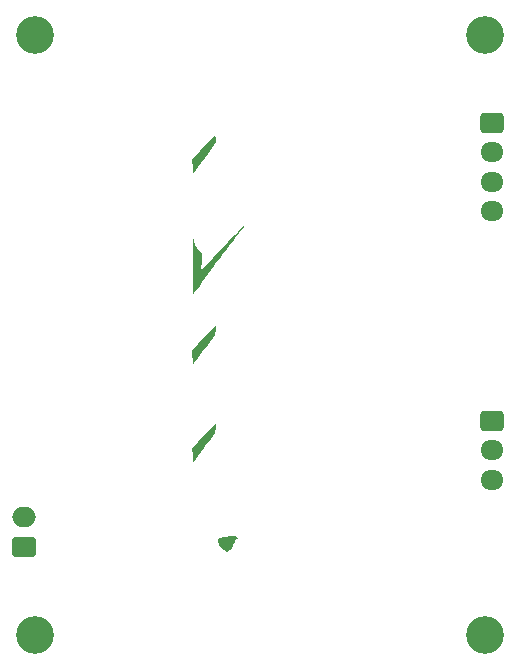
<source format=gbs>
%TF.GenerationSoftware,KiCad,Pcbnew,(6.0.1-0)*%
%TF.CreationDate,2022-12-01T23:09:07-06:00*%
%TF.ProjectId,tackle_sensor_hardware,7461636b-6c65-45f7-9365-6e736f725f68,rev?*%
%TF.SameCoordinates,Original*%
%TF.FileFunction,Soldermask,Bot*%
%TF.FilePolarity,Negative*%
%FSLAX46Y46*%
G04 Gerber Fmt 4.6, Leading zero omitted, Abs format (unit mm)*
G04 Created by KiCad (PCBNEW (6.0.1-0)) date 2022-12-01 23:09:07*
%MOMM*%
%LPD*%
G01*
G04 APERTURE LIST*
G04 Aperture macros list*
%AMRoundRect*
0 Rectangle with rounded corners*
0 $1 Rounding radius*
0 $2 $3 $4 $5 $6 $7 $8 $9 X,Y pos of 4 corners*
0 Add a 4 corners polygon primitive as box body*
4,1,4,$2,$3,$4,$5,$6,$7,$8,$9,$2,$3,0*
0 Add four circle primitives for the rounded corners*
1,1,$1+$1,$2,$3*
1,1,$1+$1,$4,$5*
1,1,$1+$1,$6,$7*
1,1,$1+$1,$8,$9*
0 Add four rect primitives between the rounded corners*
20,1,$1+$1,$2,$3,$4,$5,0*
20,1,$1+$1,$4,$5,$6,$7,0*
20,1,$1+$1,$6,$7,$8,$9,0*
20,1,$1+$1,$8,$9,$2,$3,0*%
G04 Aperture macros list end*
%ADD10RoundRect,0.250000X-0.725000X0.600000X-0.725000X-0.600000X0.725000X-0.600000X0.725000X0.600000X0*%
%ADD11O,1.950000X1.700000*%
%ADD12C,3.200000*%
%ADD13RoundRect,0.250000X0.750000X-0.600000X0.750000X0.600000X-0.750000X0.600000X-0.750000X-0.600000X0*%
%ADD14O,2.000000X1.700000*%
G04 APERTURE END LIST*
%TO.C,G\u002A\u002A\u002A*%
G36*
X142854005Y-90403879D02*
G01*
X142831647Y-90461977D01*
X142801434Y-90501684D01*
X142711532Y-90620848D01*
X142573187Y-90804680D01*
X142395907Y-91040538D01*
X142189198Y-91315778D01*
X141962567Y-91617758D01*
X141797421Y-91837286D01*
X141573411Y-92133138D01*
X141370955Y-92398351D01*
X141200920Y-92618782D01*
X141074170Y-92780286D01*
X141001569Y-92868722D01*
X140957376Y-92922902D01*
X140848943Y-93063564D01*
X140691609Y-93272083D01*
X140493943Y-93536962D01*
X140264516Y-93846707D01*
X140011897Y-94189819D01*
X139744657Y-94554803D01*
X139535582Y-94840993D01*
X139284556Y-95184216D01*
X139057473Y-95494274D01*
X138862365Y-95760222D01*
X138707262Y-95971115D01*
X138600195Y-96116010D01*
X138549196Y-96183960D01*
X138532893Y-96199230D01*
X138516475Y-96194367D01*
X138503071Y-96156492D01*
X138492433Y-96077185D01*
X138484312Y-95948029D01*
X138478461Y-95760606D01*
X138474630Y-95506496D01*
X138472570Y-95177283D01*
X138472034Y-94764548D01*
X138472773Y-94259872D01*
X138474539Y-93654838D01*
X138474949Y-93541124D01*
X138477530Y-93042155D01*
X138481125Y-92592221D01*
X138485579Y-92199858D01*
X138490737Y-91873600D01*
X138496446Y-91621982D01*
X138502551Y-91453539D01*
X138508898Y-91376805D01*
X138515331Y-91400316D01*
X138574901Y-91755191D01*
X138708128Y-92098398D01*
X138742670Y-92162797D01*
X138865332Y-92352988D01*
X138999255Y-92518058D01*
X139123662Y-92634364D01*
X139217776Y-92678266D01*
X139221958Y-92683374D01*
X139233102Y-92764131D01*
X139240198Y-92927921D01*
X139242665Y-93155126D01*
X139239922Y-93426125D01*
X139225449Y-94174075D01*
X139675040Y-93707851D01*
X139769332Y-93609478D01*
X139959447Y-93409543D01*
X140202665Y-93152521D01*
X140486517Y-92851635D01*
X140798532Y-92520106D01*
X141126243Y-92171158D01*
X141457179Y-91818015D01*
X141748688Y-91507800D01*
X142035825Y-91204780D01*
X142292213Y-90936821D01*
X142509198Y-90712854D01*
X142678123Y-90541808D01*
X142790335Y-90432612D01*
X142837179Y-90394197D01*
X142854005Y-90403879D01*
G37*
G36*
X140408531Y-82835012D02*
G01*
X140421234Y-82928795D01*
X140423774Y-83110798D01*
X140424738Y-83176757D01*
X140426064Y-83250730D01*
X140422048Y-83316939D01*
X140406810Y-83384946D01*
X140374473Y-83464315D01*
X140319156Y-83564608D01*
X140234981Y-83695389D01*
X140116069Y-83866219D01*
X139956541Y-84086661D01*
X139750518Y-84366280D01*
X139492121Y-84714636D01*
X139175471Y-85141294D01*
X138492939Y-86061831D01*
X138477547Y-85452570D01*
X138462154Y-84843308D01*
X138713895Y-84532032D01*
X138726680Y-84516302D01*
X138875986Y-84339844D01*
X139064862Y-84126125D01*
X139279320Y-83889961D01*
X139505373Y-83646163D01*
X139729033Y-83409546D01*
X139936311Y-83194923D01*
X140113221Y-83017107D01*
X140245775Y-82890911D01*
X140319984Y-82831148D01*
X140322164Y-82829985D01*
X140378048Y-82808919D01*
X140408531Y-82835012D01*
G37*
G36*
X140422816Y-99238235D02*
G01*
X140394662Y-99667437D01*
X139741875Y-100537673D01*
X139535092Y-100813725D01*
X139309626Y-101115498D01*
X139099292Y-101397765D01*
X138920839Y-101638049D01*
X138791014Y-101813870D01*
X138492939Y-102219832D01*
X138462199Y-100934776D01*
X138867508Y-100491470D01*
X138906087Y-100449373D01*
X139110650Y-100228150D01*
X139356510Y-99964644D01*
X139616110Y-99688308D01*
X139861893Y-99428599D01*
X140450969Y-98809034D01*
X140422816Y-99238235D01*
G37*
G36*
X142080844Y-116694714D02*
G01*
X142220165Y-116813797D01*
X142338369Y-116963369D01*
X142196917Y-116980579D01*
X142104147Y-117009591D01*
X142053736Y-117089358D01*
X142036346Y-117166314D01*
X141972152Y-117286505D01*
X141924863Y-117371951D01*
X141892297Y-117509339D01*
X141884192Y-117567489D01*
X141818398Y-117703670D01*
X141713677Y-117814824D01*
X141603074Y-117860799D01*
X141546516Y-117876694D01*
X141462669Y-117955981D01*
X141433945Y-117997850D01*
X141385590Y-118017169D01*
X141299706Y-117990854D01*
X141147580Y-117915189D01*
X140907621Y-117738252D01*
X140723513Y-117474683D01*
X140617915Y-117139753D01*
X140615405Y-117125359D01*
X140602523Y-116994984D01*
X140636026Y-116925829D01*
X140733979Y-116876995D01*
X140826120Y-116847997D01*
X141028850Y-116799506D01*
X141277602Y-116750291D01*
X141535291Y-116706952D01*
X141764832Y-116676088D01*
X141929142Y-116664299D01*
X142080844Y-116694714D01*
G37*
G36*
X140432565Y-107536232D02*
G01*
X140427453Y-107632487D01*
X140408788Y-107808808D01*
X140368423Y-107945321D01*
X140290864Y-108083550D01*
X140160617Y-108265015D01*
X140142917Y-108288757D01*
X140021006Y-108452443D01*
X139851442Y-108680276D01*
X139648544Y-108953012D01*
X139426626Y-109251408D01*
X139200006Y-109556219D01*
X138492939Y-110507405D01*
X138477577Y-109882814D01*
X138462214Y-109258224D01*
X138922531Y-108732423D01*
X139114963Y-108517611D01*
X139383528Y-108227806D01*
X139663037Y-107934676D01*
X139916908Y-107677046D01*
X140450969Y-107147469D01*
X140432565Y-107536232D01*
G37*
%TD*%
D10*
%TO.C,J3*%
X163796200Y-106923200D03*
D11*
X163796200Y-109423200D03*
X163796200Y-111923200D03*
%TD*%
D12*
%TO.C,H3*%
X125095000Y-125095000D03*
%TD*%
%TO.C,H4*%
X163195000Y-125095000D03*
%TD*%
D13*
%TO.C,J2*%
X124206000Y-117602000D03*
D14*
X124206000Y-115102000D03*
%TD*%
D10*
%TO.C,J4*%
X163796200Y-81701000D03*
D11*
X163796200Y-84201000D03*
X163796200Y-86701000D03*
X163796200Y-89201000D03*
%TD*%
D12*
%TO.C,H2*%
X163195000Y-74295000D03*
%TD*%
%TO.C,H1*%
X125095000Y-74295000D03*
%TD*%
M02*

</source>
